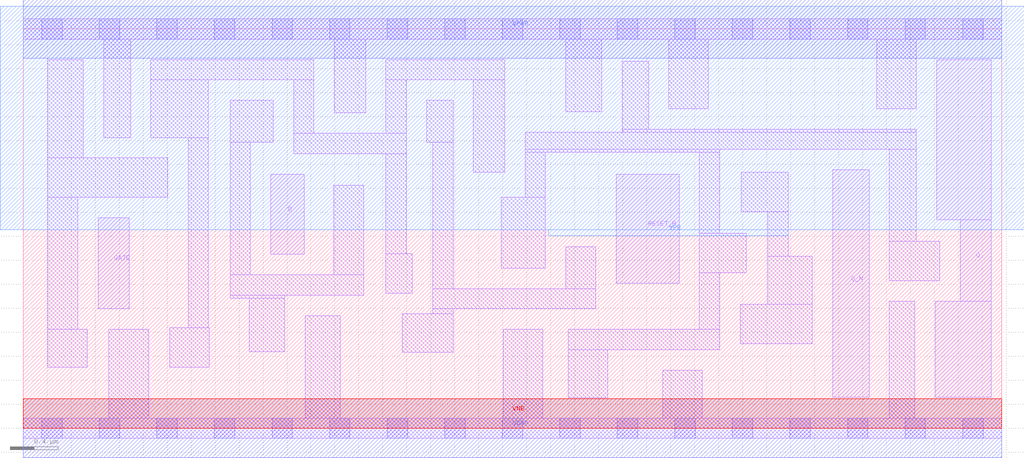
<source format=lef>
# Copyright 2020 The SkyWater PDK Authors
#
# Licensed under the Apache License, Version 2.0 (the "License");
# you may not use this file except in compliance with the License.
# You may obtain a copy of the License at
#
#     https://www.apache.org/licenses/LICENSE-2.0
#
# Unless required by applicable law or agreed to in writing, software
# distributed under the License is distributed on an "AS IS" BASIS,
# WITHOUT WARRANTIES OR CONDITIONS OF ANY KIND, either express or implied.
# See the License for the specific language governing permissions and
# limitations under the License.
#
# SPDX-License-Identifier: Apache-2.0

VERSION 5.7 ;
  NOWIREEXTENSIONATPIN ON ;
  DIVIDERCHAR "/" ;
  BUSBITCHARS "[]" ;
MACRO sky130_fd_sc_lp__dlrbp_1
  CLASS CORE ;
  FOREIGN sky130_fd_sc_lp__dlrbp_1 ;
  ORIGIN  0.000000  0.000000 ;
  SIZE  8.160000 BY  3.330000 ;
  SYMMETRY X Y R90 ;
  SITE unit ;
  PIN D
    ANTENNAGATEAREA  0.159000 ;
    DIRECTION INPUT ;
    USE SIGNAL ;
    PORT
      LAYER li1 ;
        RECT 2.065000 1.450000 2.345000 2.120000 ;
    END
  END D
  PIN Q
    ANTENNADIFFAREA  0.564900 ;
    DIRECTION OUTPUT ;
    USE SIGNAL ;
    PORT
      LAYER li1 ;
        RECT 7.605000 0.260000 8.075000 1.060000 ;
        RECT 7.620000 1.740000 8.075000 3.075000 ;
        RECT 7.815000 1.060000 8.075000 1.740000 ;
    END
  END Q
  PIN Q_N
    ANTENNADIFFAREA  0.556500 ;
    DIRECTION OUTPUT ;
    USE SIGNAL ;
    PORT
      LAYER li1 ;
        RECT 6.750000 0.260000 7.055000 2.155000 ;
    END
  END Q_N
  PIN RESET_B
    ANTENNAGATEAREA  0.315000 ;
    DIRECTION INPUT ;
    USE SIGNAL ;
    PORT
      LAYER li1 ;
        RECT 4.945000 1.210000 5.470000 2.120000 ;
    END
  END RESET_B
  PIN GATE
    ANTENNAGATEAREA  0.159000 ;
    DIRECTION INPUT ;
    USE CLOCK ;
    PORT
      LAYER li1 ;
        RECT 0.625000 0.995000 0.885000 1.755000 ;
    END
  END GATE
  PIN VGND
    DIRECTION INOUT ;
    USE GROUND ;
    PORT
      LAYER met1 ;
        RECT 0.000000 -0.245000 8.160000 0.245000 ;
    END
  END VGND
  PIN VNB
    DIRECTION INOUT ;
    USE GROUND ;
    PORT
      LAYER pwell ;
        RECT 0.000000 0.000000 8.160000 0.245000 ;
    END
  END VNB
  PIN VPB
    DIRECTION INOUT ;
    USE POWER ;
    PORT
      LAYER nwell ;
        RECT -0.190000 1.655000 8.350000 3.520000 ;
        RECT  4.385000 1.605000 6.380000 1.655000 ;
    END
  END VPB
  PIN VPWR
    DIRECTION INOUT ;
    USE POWER ;
    PORT
      LAYER met1 ;
        RECT 0.000000 3.085000 8.160000 3.575000 ;
    END
  END VPWR
  OBS
    LAYER li1 ;
      RECT 0.000000 -0.085000 8.160000 0.085000 ;
      RECT 0.000000  3.245000 8.160000 3.415000 ;
      RECT 0.205000  0.510000 0.535000 0.825000 ;
      RECT 0.205000  0.825000 0.455000 1.925000 ;
      RECT 0.205000  1.925000 1.205000 2.255000 ;
      RECT 0.205000  2.255000 0.500000 3.075000 ;
      RECT 0.670000  2.425000 0.895000 3.245000 ;
      RECT 0.715000  0.085000 1.045000 0.825000 ;
      RECT 1.065000  2.425000 1.545000 2.905000 ;
      RECT 1.065000  2.905000 2.425000 3.075000 ;
      RECT 1.220000  0.510000 1.550000 0.840000 ;
      RECT 1.375000  0.840000 1.545000 2.425000 ;
      RECT 1.725000  1.085000 2.180000 1.110000 ;
      RECT 1.725000  1.110000 2.840000 1.280000 ;
      RECT 1.725000  1.280000 1.895000 2.385000 ;
      RECT 1.725000  2.385000 2.085000 2.735000 ;
      RECT 1.885000  0.640000 2.180000 1.085000 ;
      RECT 2.255000  2.290000 3.195000 2.460000 ;
      RECT 2.255000  2.460000 2.425000 2.905000 ;
      RECT 2.350000  0.085000 2.645000 0.940000 ;
      RECT 2.590000  1.280000 2.840000 2.025000 ;
      RECT 2.595000  2.630000 2.855000 3.245000 ;
      RECT 3.025000  1.125000 3.245000 1.455000 ;
      RECT 3.025000  1.455000 3.195000 2.290000 ;
      RECT 3.025000  2.460000 3.195000 2.905000 ;
      RECT 3.025000  2.905000 4.015000 3.075000 ;
      RECT 3.160000  0.635000 3.585000 0.955000 ;
      RECT 3.365000  2.385000 3.585000 2.735000 ;
      RECT 3.415000  0.955000 3.585000 0.995000 ;
      RECT 3.415000  0.995000 4.775000 1.165000 ;
      RECT 3.415000  1.165000 3.585000 2.385000 ;
      RECT 3.755000  2.135000 4.015000 2.905000 ;
      RECT 3.985000  1.335000 4.355000 1.925000 ;
      RECT 4.005000  0.085000 4.335000 0.825000 ;
      RECT 4.185000  1.925000 4.355000 2.300000 ;
      RECT 4.185000  2.300000 5.810000 2.325000 ;
      RECT 4.185000  2.325000 7.450000 2.470000 ;
      RECT 4.525000  1.165000 4.775000 1.515000 ;
      RECT 4.525000  2.640000 4.825000 3.245000 ;
      RECT 4.545000  0.255000 4.875000 0.655000 ;
      RECT 4.545000  0.655000 5.810000 0.825000 ;
      RECT 4.995000  2.470000 7.450000 2.495000 ;
      RECT 4.995000  2.495000 5.215000 3.060000 ;
      RECT 5.335000  0.085000 5.665000 0.485000 ;
      RECT 5.385000  2.665000 5.715000 3.245000 ;
      RECT 5.640000  0.825000 5.810000 1.295000 ;
      RECT 5.640000  1.295000 6.030000 1.625000 ;
      RECT 5.640000  1.625000 5.810000 2.300000 ;
      RECT 5.980000  0.705000 6.580000 1.035000 ;
      RECT 5.990000  1.805000 6.380000 2.135000 ;
      RECT 6.210000  1.035000 6.580000 1.435000 ;
      RECT 6.210000  1.435000 6.380000 1.805000 ;
      RECT 7.120000  2.665000 7.450000 3.245000 ;
      RECT 7.225000  0.085000 7.435000 1.060000 ;
      RECT 7.225000  1.230000 7.645000 1.560000 ;
      RECT 7.225000  1.560000 7.450000 2.325000 ;
    LAYER mcon ;
      RECT 0.155000 -0.085000 0.325000 0.085000 ;
      RECT 0.155000  3.245000 0.325000 3.415000 ;
      RECT 0.635000 -0.085000 0.805000 0.085000 ;
      RECT 0.635000  3.245000 0.805000 3.415000 ;
      RECT 1.115000 -0.085000 1.285000 0.085000 ;
      RECT 1.115000  3.245000 1.285000 3.415000 ;
      RECT 1.595000 -0.085000 1.765000 0.085000 ;
      RECT 1.595000  3.245000 1.765000 3.415000 ;
      RECT 2.075000 -0.085000 2.245000 0.085000 ;
      RECT 2.075000  3.245000 2.245000 3.415000 ;
      RECT 2.555000 -0.085000 2.725000 0.085000 ;
      RECT 2.555000  3.245000 2.725000 3.415000 ;
      RECT 3.035000 -0.085000 3.205000 0.085000 ;
      RECT 3.035000  3.245000 3.205000 3.415000 ;
      RECT 3.515000 -0.085000 3.685000 0.085000 ;
      RECT 3.515000  3.245000 3.685000 3.415000 ;
      RECT 3.995000 -0.085000 4.165000 0.085000 ;
      RECT 3.995000  3.245000 4.165000 3.415000 ;
      RECT 4.475000 -0.085000 4.645000 0.085000 ;
      RECT 4.475000  3.245000 4.645000 3.415000 ;
      RECT 4.955000 -0.085000 5.125000 0.085000 ;
      RECT 4.955000  3.245000 5.125000 3.415000 ;
      RECT 5.435000 -0.085000 5.605000 0.085000 ;
      RECT 5.435000  3.245000 5.605000 3.415000 ;
      RECT 5.915000 -0.085000 6.085000 0.085000 ;
      RECT 5.915000  3.245000 6.085000 3.415000 ;
      RECT 6.395000 -0.085000 6.565000 0.085000 ;
      RECT 6.395000  3.245000 6.565000 3.415000 ;
      RECT 6.875000 -0.085000 7.045000 0.085000 ;
      RECT 6.875000  3.245000 7.045000 3.415000 ;
      RECT 7.355000 -0.085000 7.525000 0.085000 ;
      RECT 7.355000  3.245000 7.525000 3.415000 ;
      RECT 7.835000 -0.085000 8.005000 0.085000 ;
      RECT 7.835000  3.245000 8.005000 3.415000 ;
  END
END sky130_fd_sc_lp__dlrbp_1
END LIBRARY

</source>
